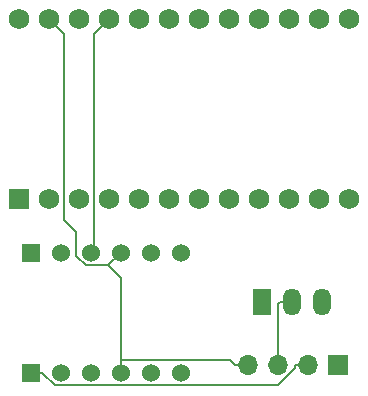
<source format=gbr>
%TF.GenerationSoftware,KiCad,Pcbnew,8.0.3*%
%TF.CreationDate,2024-07-08T22:13:47-05:00*%
%TF.ProjectId,3.3v Pro Micro,332e3376-2050-4726-9f20-4d6963726f2e,rev?*%
%TF.SameCoordinates,Original*%
%TF.FileFunction,Copper,L2,Bot*%
%TF.FilePolarity,Positive*%
%FSLAX46Y46*%
G04 Gerber Fmt 4.6, Leading zero omitted, Abs format (unit mm)*
G04 Created by KiCad (PCBNEW 8.0.3) date 2024-07-08 22:13:47*
%MOMM*%
%LPD*%
G01*
G04 APERTURE LIST*
%TA.AperFunction,ComponentPad*%
%ADD10O,1.500000X2.300000*%
%TD*%
%TA.AperFunction,ComponentPad*%
%ADD11R,1.500000X2.300000*%
%TD*%
%TA.AperFunction,ComponentPad*%
%ADD12O,1.700000X1.700000*%
%TD*%
%TA.AperFunction,ComponentPad*%
%ADD13R,1.700000X1.700000*%
%TD*%
%TA.AperFunction,ComponentPad*%
%ADD14C,1.524000*%
%TD*%
%TA.AperFunction,ComponentPad*%
%ADD15R,1.524000X1.524000*%
%TD*%
%TA.AperFunction,ComponentPad*%
%ADD16C,1.752600*%
%TD*%
%TA.AperFunction,ComponentPad*%
%ADD17R,1.752600X1.752600*%
%TD*%
%TA.AperFunction,Conductor*%
%ADD18C,0.200000*%
%TD*%
G04 APERTURE END LIST*
D10*
%TO.P,U4,3,GND*%
%TO.N,Net-(J1-Pin_4)*%
X154853000Y-106447500D03*
%TO.P,U4,2,OUT*%
%TO.N,Net-(J1-Pin_3)*%
X152313000Y-106447500D03*
D11*
%TO.P,U4,1,IN*%
%TO.N,Net-(U2-VCC)*%
X149773000Y-106447500D03*
%TD*%
D12*
%TO.P,J1,4,Pin_4*%
%TO.N,Net-(J1-Pin_4)*%
X148600000Y-111740000D03*
%TO.P,J1,3,Pin_3*%
%TO.N,Net-(J1-Pin_3)*%
X151140000Y-111740000D03*
%TO.P,J1,2,Pin_2*%
%TO.N,Net-(J1-Pin_2)*%
X153680000Y-111740000D03*
D13*
%TO.P,J1,1,Pin_1*%
%TO.N,Net-(J1-Pin_1)*%
X156220000Y-111740000D03*
%TD*%
D14*
%TO.P,U3,GND_1,GND*%
%TO.N,Net-(J1-Pin_4)*%
X137800000Y-102240000D03*
%TO.P,U3,GND_2,GND*%
X137800000Y-112400000D03*
%TO.P,U3,HV,HV*%
%TO.N,Net-(U2-VCC)*%
X135260000Y-102240000D03*
D15*
%TO.P,U3,HV1,HV1*%
%TO.N,Net-(U2-SDA)*%
X130180000Y-102240000D03*
D14*
%TO.P,U3,HV2,HV2*%
%TO.N,Net-(U2-SCL)*%
X132720000Y-102240000D03*
%TO.P,U3,HV3,HV3*%
%TO.N,unconnected-(U3-PadHV3)*%
X140340000Y-102240000D03*
%TO.P,U3,HV4,HV4*%
%TO.N,unconnected-(U3-PadHV4)*%
X142880000Y-102240000D03*
%TO.P,U3,LV,LV*%
%TO.N,Net-(J1-Pin_3)*%
X135260000Y-112400000D03*
D15*
%TO.P,U3,LV1,LV1*%
%TO.N,Net-(J1-Pin_2)*%
X130180000Y-112400000D03*
D14*
%TO.P,U3,LV2,LV2*%
%TO.N,Net-(J1-Pin_1)*%
X132720000Y-112400000D03*
%TO.P,U3,LV3,LV3*%
%TO.N,unconnected-(U3-PadLV3)*%
X140340000Y-112400000D03*
%TO.P,U3,LV4,LV4*%
%TO.N,unconnected-(U3-PadLV4)*%
X142880000Y-112400000D03*
%TD*%
D16*
%TO.P,U2,24,RAW*%
%TO.N,unconnected-(U2-RAW-Pad24)*%
X129180000Y-82500000D03*
%TO.P,U2,23,GND*%
%TO.N,Net-(J1-Pin_4)*%
X131720000Y-82500000D03*
%TO.P,U2,22,RST*%
%TO.N,unconnected-(U2-RST-Pad22)*%
X134260000Y-82500000D03*
%TO.P,U2,21,VCC*%
%TO.N,Net-(U2-VCC)*%
X136800000Y-82500000D03*
%TO.P,U2,20,F4*%
%TO.N,unconnected-(U2-F4-Pad20)*%
X139340000Y-82500000D03*
%TO.P,U2,19,F5*%
%TO.N,unconnected-(U2-F5-Pad19)*%
X141880000Y-82500000D03*
%TO.P,U2,18,F6*%
%TO.N,unconnected-(U2-F6-Pad18)*%
X144420000Y-82500000D03*
%TO.P,U2,17,F7*%
%TO.N,unconnected-(U2-F7-Pad17)*%
X146960000Y-82500000D03*
%TO.P,U2,16,B1*%
%TO.N,unconnected-(U2-B1-Pad16)*%
X149500000Y-82500000D03*
%TO.P,U2,15,B3*%
%TO.N,unconnected-(U2-B3-Pad15)*%
X152040000Y-82500000D03*
%TO.P,U2,14,B2*%
%TO.N,unconnected-(U2-B2-Pad14)*%
X154580000Y-82500000D03*
%TO.P,U2,13,B6*%
%TO.N,unconnected-(U2-B6-Pad13)*%
X157120000Y-82500000D03*
%TO.P,U2,12,B5*%
%TO.N,unconnected-(U2-B5-Pad12)*%
X157120000Y-97740000D03*
%TO.P,U2,11,B4*%
%TO.N,unconnected-(U2-B4-Pad11)*%
X154580000Y-97740000D03*
%TO.P,U2,10,E6*%
%TO.N,unconnected-(U2-E6-Pad10)*%
X152040000Y-97740000D03*
%TO.P,U2,9,D7*%
%TO.N,unconnected-(U2-D7-Pad9)*%
X149500000Y-97740000D03*
%TO.P,U2,8,C6*%
%TO.N,unconnected-(U2-C6-Pad8)*%
X146960000Y-97740000D03*
%TO.P,U2,7,D4*%
%TO.N,unconnected-(U2-D4-Pad7)*%
X144420000Y-97740000D03*
%TO.P,U2,6,SCL*%
%TO.N,Net-(U2-SCL)*%
X141880000Y-97740000D03*
%TO.P,U2,5,SDA*%
%TO.N,Net-(U2-SDA)*%
X139340000Y-97740000D03*
%TO.P,U2,4,GND*%
%TO.N,unconnected-(U2-GND-Pad4)*%
X136800000Y-97740000D03*
%TO.P,U2,3,GND*%
%TO.N,unconnected-(U2-GND-Pad3)*%
X134260000Y-97740000D03*
%TO.P,U2,2,RX*%
%TO.N,unconnected-(U2-RX-Pad2)*%
X131720000Y-97740000D03*
D17*
%TO.P,U2,1,TX*%
%TO.N,unconnected-(U2-TX-Pad1)*%
X129180000Y-97740000D03*
%TD*%
D18*
%TO.N,Net-(U2-VCC)*%
X135529900Y-101970100D02*
X135260000Y-102240000D01*
X135529900Y-83770100D02*
X135529900Y-101970100D01*
X136800000Y-82500000D02*
X135529900Y-83770100D01*
%TO.N,Net-(J1-Pin_2)*%
X152528300Y-112008500D02*
X152528300Y-111740000D01*
X151059100Y-113477700D02*
X152528300Y-112008500D01*
X132188400Y-113477700D02*
X151059100Y-113477700D01*
X131243700Y-112533000D02*
X132188400Y-113477700D01*
X131243700Y-112400000D02*
X131243700Y-112533000D01*
X130180000Y-112400000D02*
X131243700Y-112400000D01*
X153680000Y-111740000D02*
X152528300Y-111740000D01*
%TO.N,Net-(J1-Pin_4)*%
X134811800Y-103325900D02*
X136714100Y-103325900D01*
X133990000Y-102504100D02*
X134811800Y-103325900D01*
X133990000Y-100473100D02*
X133990000Y-102504100D01*
X132989900Y-99473000D02*
X133990000Y-100473100D01*
X132989900Y-83769900D02*
X132989900Y-99473000D01*
X131720000Y-82500000D02*
X132989900Y-83769900D01*
X136714100Y-103325900D02*
X137800000Y-102240000D01*
X148600000Y-111740000D02*
X147448300Y-111740000D01*
X147043100Y-111334800D02*
X147448300Y-111740000D01*
X137800000Y-111334800D02*
X147043100Y-111334800D01*
X137800000Y-112400000D02*
X137800000Y-111334800D01*
X137800000Y-104411800D02*
X136714100Y-103325900D01*
X137800000Y-111334800D02*
X137800000Y-104411800D01*
%TO.N,Net-(J1-Pin_3)*%
X151140000Y-106568800D02*
X151261300Y-106447500D01*
X151140000Y-111740000D02*
X151140000Y-106568800D01*
X152313000Y-106447500D02*
X151261300Y-106447500D01*
%TD*%
M02*

</source>
